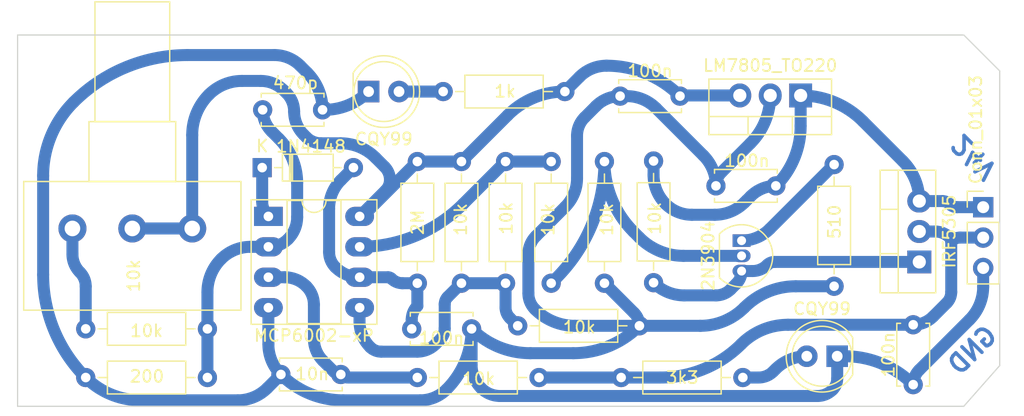
<source format=kicad_pcb>
(kicad_pcb (version 20211014) (generator pcbnew)
  (layers (0 "F.Cu" signal) (31 "B.Cu" signal) (34 "B.Paste" user) (35 "F.Paste" user) (36 "B.SilkS" user "B.Silkscreen") (37 "F.SilkS" user "F.Silkscreen") (38 "B.Mask" user) (39 "F.Mask" user) (44 "Edge.Cuts" user))
  (net 0 "")
  (net 1 "Net-(C1-Pad1)")
  (net 2 "GND")
  (net 3 "Net-(C2-Pad1)")
  (net 4 "Net-(C3-Pad1)")
  (net 5 "Net-(C5-Pad1)")
  (net 6 "Net-(C6-Pad1)")
  (net 7 "Net-(D1-Pad1)")
  (net 8 "Net-(D2-Pad2)")
  (net 9 "Net-(D3-Pad2)")
  (net 10 "Net-(Q1-Pad1)")
  (net 11 "Net-(Q1-Pad2)")
  (net 12 "Net-(Q1-Pad3)")
  (net 13 "Net-(R1-Pad1)")
  (net 14 "Net-(R5-Pad2)")
  (net 15 "Net-(R10-Pad1)")
  (net 16 "/VCC")
  (footprint "Capacitor_THT:C_Disc_D5.0mm_W2.5mm_P5.00mm" (layer "F.Cu") (at 109.307 62.103 180)
    (fp_text reference "C4")
    (fp_text value "100n" (at 2.5 2.103) (layer "F.SilkS"))
    (fp_line (start -0.12 1.055) (end -0.12 1.37) (layer "F.SilkS") (width 0.12))
    (fp_line (start 5.12 -1.37) (end 5.12 -1.055) (layer "F.SilkS") (width 0.12))
    (fp_line (start 5.12 1.055) (end 5.12 1.37) (layer "F.SilkS") (width 0.12))
    (fp_line (start -0.12 1.37) (end 5.12 1.37) (layer "F.SilkS") (width 0.12))
    (fp_line (start -0.12 -1.37) (end 5.12 -1.37) (layer "F.SilkS") (width 0.12))
    (fp_line (start -0.12 -1.37) (end -0.12 -1.055) (layer "F.SilkS") (width 0.12))
    (pad "1" thru_hole circle (at 0 0 180) (size 1.6 1.6) (drill 0.8) (layers *.Cu *.Mask) (net 16 "/VCC"))
    (pad "2" thru_hole circle (at 5 0 180) (size 1.6 1.6) (drill 0.8) (layers *.Cu *.Mask) (net 2 "GND"))
  )
  (footprint "Resistor_THT:R_Axial_DIN0207_L6.3mm_D2.5mm_P10.16mm_Horizontal" (layer "F.Cu") (at 97.536 85.598 180)
    (fp_text reference "R3")
    (fp_text value "10k" (at 5.036 -0.102) (layer "F.SilkS"))
    (fp_line (start 1.04 0) (end 1.81 0) (layer "F.SilkS") (width 0.12))
    (fp_line (start 8.35 1.37) (end 8.35 -1.37) (layer "F.SilkS") (width 0.12))
    (fp_line (start 8.35 -1.37) (end 1.81 -1.37) (layer "F.SilkS") (width 0.12))
    (fp_line (start 9.12 0) (end 8.35 0) (layer "F.SilkS") (width 0.12))
    (fp_line (start 1.81 1.37) (end 8.35 1.37) (layer "F.SilkS") (width 0.12))
    (fp_line (start 1.81 -1.37) (end 1.81 1.37) (layer "F.SilkS") (width 0.12))
    (pad "1" thru_hole circle (at 0 0 180) (size 1.6 1.6) (drill 0.8) (layers *.Cu *.Mask) (net 6 "Net-(C6-Pad1)"))
    (pad "2" thru_hole oval (at 10.16 0 180) (size 1.6 1.6) (drill 0.8) (layers *.Cu *.Mask) (net 3 "Net-(C2-Pad1)"))
  )
  (footprint "LED_THT:LED_D5.0mm_IRGrey" (layer "F.Cu") (at 122.433 83.82 180)
    (fp_text reference "D3")
    (fp_text value "CQY99" (at 1.27 3.96) (layer "F.SilkS"))
    (fp_line (start -1.29 -1.545) (end -1.29 1.545) (layer "F.SilkS") (width 0.12))
    (fp_arc (start -1.29 -1.54483) (mid 2.072002 -2.880433) (end 4.26 0.000462) (layer "F.SilkS") (width 0.12))
    (fp_arc (start 4.26 -0.000462) (mid 2.072002 2.880433) (end -1.29 1.54483) (layer "F.SilkS") (width 0.12))
    (fp_circle (center 1.27 0) (end 3.77 0) (layer "F.SilkS") (width 0.12) (fill none))
    (pad "1" thru_hole rect (at 0 0 180) (size 1.8 1.8) (drill 0.9) (layers *.Cu *.Mask) (net 2 "GND"))
    (pad "2" thru_hole circle (at 2.54 0 180) (size 1.8 1.8) (drill 0.9) (layers *.Cu *.Mask) (net 9 "Net-(D3-Pad2)"))
  )
  (footprint "Resistor_THT:R_Axial_DIN0207_L6.3mm_D2.5mm_P10.16mm_Horizontal" (layer "F.Cu") (at 104.394 85.598)
    (fp_text reference "R9")
    (fp_text value "3k3" (at 5.106 0.002) (layer "F.SilkS"))
    (fp_line (start 8.35 1.37) (end 8.35 -1.37) (layer "F.SilkS") (width 0.12))
    (fp_line (start 8.35 -1.37) (end 1.81 -1.37) (layer "F.SilkS") (width 0.12))
    (fp_line (start 1.81 -1.37) (end 1.81 1.37) (layer "F.SilkS") (width 0.12))
    (fp_line (start 1.81 1.37) (end 8.35 1.37) (layer "F.SilkS") (width 0.12))
    (fp_line (start 1.04 0) (end 1.81 0) (layer "F.SilkS") (width 0.12))
    (fp_line (start 9.12 0) (end 8.35 0) (layer "F.SilkS") (width 0.12))
    (pad "1" thru_hole circle (at 0 0) (size 1.6 1.6) (drill 0.8) (layers *.Cu *.Mask) (net 6 "Net-(C6-Pad1)"))
    (pad "2" thru_hole oval (at 10.16 0) (size 1.6 1.6) (drill 0.8) (layers *.Cu *.Mask) (net 9 "Net-(D3-Pad2)"))
  )
  (footprint "Connector_PinHeader_2.54mm:PinHeader_1x03_P2.54mm_Vertical" (layer "F.Cu") (at 134.62 71.374)
    (fp_text reference "J1")
    (fp_text value "Conn_01x03" (at -0.62 -6.474 90) (layer "F.SilkS"))
    (fp_line (start -1.33 1.27) (end 1.33 1.27) (layer "F.SilkS") (width 0.12))
    (fp_line (start -1.33 -1.33) (end 0 -1.33) (layer "F.SilkS") (width 0.12))
    (fp_line (start -1.33 1.27) (end -1.33 6.41) (layer "F.SilkS") (width 0.12))
    (fp_line (start -1.33 0) (end -1.33 -1.33) (layer "F.SilkS") (width 0.12))
    (fp_line (start -1.33 6.41) (end 1.33 6.41) (layer "F.SilkS") (width 0.12))
    (fp_line (start 1.33 1.27) (end 1.33 6.41) (layer "F.SilkS") (width 0.12))
    (pad "1" thru_hole rect (at 0 0) (size 1.7 1.7) (drill 1) (layers *.Cu *.Mask) (net 5 "Net-(C5-Pad1)"))
    (pad "2" thru_hole oval (at 0 2.54) (size 1.7 1.7) (drill 1) (layers *.Cu *.Mask) (net 6 "Net-(C6-Pad1)"))
    (pad "3" thru_hole oval (at 0 5.08) (size 1.7 1.7) (drill 1) (layers *.Cu *.Mask) (net 2 "GND"))
  )
  (footprint "Resistor_THT:R_Axial_DIN0207_L6.3mm_D2.5mm_P10.16mm_Horizontal" (layer "F.Cu") (at 107.1 77.68 90)
    (fp_text reference "R12")
    (fp_text value "10k" (at 5.38 0.1 90) (layer "F.SilkS"))
    (fp_line (start 1.04 0) (end 1.81 0) (layer "F.SilkS") (width 0.12))
    (fp_line (start 1.81 1.37) (end 8.35 1.37) (layer "F.SilkS") (width 0.12))
    (fp_line (start 1.81 -1.37) (end 1.81 1.37) (layer "F.SilkS") (width 0.12))
    (fp_line (start 8.35 1.37) (end 8.35 -1.37) (layer "F.SilkS") (width 0.12))
    (fp_line (start 9.12 0) (end 8.35 0) (layer "F.SilkS") (width 0.12))
    (fp_line (start 8.35 -1.37) (end 1.81 -1.37) (layer "F.SilkS") (width 0.12))
    (pad "1" thru_hole circle (at 0 0 90) (size 1.6 1.6) (drill 0.8) (layers *.Cu *.Mask) (net 12 "Net-(Q1-Pad3)"))
    (pad "2" thru_hole oval (at 10.16 0 90) (size 1.6 1.6) (drill 0.8) (layers *.Cu *.Mask) (net 5 "Net-(C5-Pad1)"))
  )
  (footprint "Resistor_THT:R_Axial_DIN0207_L6.3mm_D2.5mm_P10.16mm_Horizontal" (layer "F.Cu") (at 87.376 67.564 -90)
    (fp_text reference "R4")
    (fp_text value "2M" (at 5.08 -0.024 90) (layer "F.SilkS"))
    (fp_line (start 8.35 -1.37) (end 1.81 -1.37) (layer "F.SilkS") (width 0.12))
    (fp_line (start 8.35 1.37) (end 8.35 -1.37) (layer "F.SilkS") (width 0.12))
    (fp_line (start 1.04 0) (end 1.81 0) (layer "F.SilkS") (width 0.12))
    (fp_line (start 1.81 1.37) (end 8.35 1.37) (layer "F.SilkS") (width 0.12))
    (fp_line (start 1.81 -1.37) (end 1.81 1.37) (layer "F.SilkS") (width 0.12))
    (fp_line (start 9.12 0) (end 8.35 0) (layer "F.SilkS") (width 0.12))
    (pad "1" thru_hole circle (at 0 0 270) (size 1.6 1.6) (drill 0.8) (layers *.Cu *.Mask) (net 16 "/VCC"))
    (pad "2" thru_hole oval (at 10.16 0 270) (size 1.6 1.6) (drill 0.8) (layers *.Cu *.Mask) (net 4 "Net-(C3-Pad1)"))
  )
  (footprint "Capacitor_THT:C_Disc_D5.0mm_W2.5mm_P5.00mm" (layer "F.Cu") (at 117.308 69.596 180)
    (fp_text reference "C5")
    (fp_text value "100n" (at 2.408 2.096) (layer "F.SilkS"))
    (fp_line (start -0.12 1.055) (end -0.12 1.37) (layer "F.SilkS") (width 0.12))
    (fp_line (start 5.12 1.055) (end 5.12 1.37) (layer "F.SilkS") (width 0.12))
    (fp_line (start 5.12 -1.37) (end 5.12 -1.055) (layer "F.SilkS") (width 0.12))
    (fp_line (start -0.12 1.37) (end 5.12 1.37) (layer "F.SilkS") (width 0.12))
    (fp_line (start -0.12 -1.37) (end 5.12 -1.37) (layer "F.SilkS") (width 0.12))
    (fp_line (start -0.12 -1.37) (end -0.12 -1.055) (layer "F.SilkS") (width 0.12))
    (pad "1" thru_hole circle (at 0 0 180) (size 1.6 1.6) (drill 0.8) (layers *.Cu *.Mask) (net 5 "Net-(C5-Pad1)"))
    (pad "2" thru_hole circle (at 5 0 180) (size 1.6 1.6) (drill 0.8) (layers *.Cu *.Mask) (net 2 "GND"))
  )
  (footprint "Capacitor_THT:C_Disc_D5.0mm_W2.5mm_P5.00mm" (layer "F.Cu") (at 80.986 85.344 180)
    (fp_text reference "C2")
    (fp_text value "10n" (at 2.386 0.044) (layer "F.SilkS"))
    (fp_line (start 5.12 -1.37) (end 5.12 -1.055) (layer "F.SilkS") (width 0.12))
    (fp_line (start -0.12 1.055) (end -0.12 1.37) (layer "F.SilkS") (width 0.12))
    (fp_line (start -0.12 -1.37) (end 5.12 -1.37) (layer "F.SilkS") (width 0.12))
    (fp_line (start -0.12 -1.37) (end -0.12 -1.055) (layer "F.SilkS") (width 0.12))
    (fp_line (start 5.12 1.055) (end 5.12 1.37) (layer "F.SilkS") (width 0.12))
    (fp_line (start -0.12 1.37) (end 5.12 1.37) (layer "F.SilkS") (width 0.12))
    (pad "1" thru_hole circle (at 0 0 180) (size 1.6 1.6) (drill 0.8) (layers *.Cu *.Mask) (net 3 "Net-(C2-Pad1)"))
    (pad "2" thru_hole circle (at 5 0 180) (size 1.6 1.6) (drill 0.8) (layers *.Cu *.Mask) (net 2 "GND"))
  )
  (footprint "Resistor_THT:R_Axial_DIN0207_L6.3mm_D2.5mm_P10.16mm_Horizontal" (layer "F.Cu") (at 95.758 81.28)
    (fp_text reference "R6")
    (fp_text value "10k" (at 5.142 0.12) (layer "F.SilkS"))
    (fp_line (start 8.35 1.37) (end 8.35 -1.37) (layer "F.SilkS") (width 0.12))
    (fp_line (start 1.81 -1.37) (end 1.81 1.37) (layer "F.SilkS") (width 0.12))
    (fp_line (start 1.81 1.37) (end 8.35 1.37) (layer "F.SilkS") (width 0.12))
    (fp_line (start 9.12 0) (end 8.35 0) (layer "F.SilkS") (width 0.12))
    (fp_line (start 8.35 -1.37) (end 1.81 -1.37) (layer "F.SilkS") (width 0.12))
    (fp_line (start 1.04 0) (end 1.81 0) (layer "F.SilkS") (width 0.12))
    (pad "1" thru_hole circle (at 0 0) (size 1.6 1.6) (drill 0.8) (layers *.Cu *.Mask) (net 14 "Net-(R5-Pad2)"))
    (pad "2" thru_hole oval (at 10.16 0) (size 1.6 1.6) (drill 0.8) (layers *.Cu *.Mask) (net 2 "GND"))
  )
  (footprint "Capacitor_THT:C_Disc_D5.0mm_W2.5mm_P5.00mm" (layer "F.Cu") (at 74.462 63.246)
    (fp_text reference "C1")
    (fp_text value "470p" (at 2.738 -2.246) (layer "F.SilkS"))
    (fp_line (start -0.12 1.055) (end -0.12 1.37) (layer "F.SilkS") (width 0.12))
    (fp_line (start -0.12 -1.37) (end -0.12 -1.055) (layer "F.SilkS") (width 0.12))
    (fp_line (start -0.12 -1.37) (end 5.12 -1.37) (layer "F.SilkS") (width 0.12))
    (fp_line (start 5.12 1.055) (end 5.12 1.37) (layer "F.SilkS") (width 0.12))
    (fp_line (start 5.12 -1.37) (end 5.12 -1.055) (layer "F.SilkS") (width 0.12))
    (fp_line (start -0.12 1.37) (end 5.12 1.37) (layer "F.SilkS") (width 0.12))
    (pad "1" thru_hole circle (at 0 0) (size 1.6 1.6) (drill 0.8) (layers *.Cu *.Mask) (net 1 "Net-(C1-Pad1)"))
    (pad "2" thru_hole circle (at 5 0) (size 1.6 1.6) (drill 0.8) (layers *.Cu *.Mask) (net 2 "GND"))
  )
  (footprint "Package_TO_SOT_THT:TO-220-3_Vertical" (layer "F.Cu") (at 119.38 62.047 180)
    (fp_text reference "U2")
    (fp_text value "LM7805_TO220" (at 2.54 2.5) (layer "F.SilkS"))
    (fp_line (start -2.58 -1.76) (end 7.66 -1.76) (layer "F.SilkS") (width 0.12))
    (fp_line (start 4.391 -3.27) (end 4.391 -1.76) (layer "F.SilkS") (width 0.12))
    (fp_line (start -2.58 -3.27) (end 7.66 -3.27) (layer "F.SilkS") (width 0.12))
    (fp_line (start 0.69 -3.27) (end 0.69 -1.76) (layer "F.SilkS") (width 0.12))
    (fp_line (start -2.58 -3.27) (end -2.58 1.371) (layer "F.SilkS") (width 0.12))
    (fp_line (start -2.58 1.371) (end 7.66 1.371) (layer "F.SilkS") (width 0.12))
    (fp_line (start 7.66 -3.27) (end 7.66 1.371) (layer "F.SilkS") (width 0.12))
    (pad "1" thru_hole rect (at 0 0 180) (size 1.905 2) (drill 1.1) (layers *.Cu *.Mask) (net 5 "Net-(C5-Pad1)"))
    (pad "2" thru_hole oval (at 2.54 0 180) (size 1.905 2) (drill 1.1) (layers *.Cu *.Mask) (net 2 "GND"))
    (pad "3" thru_hole oval (at 5.08 0 180) (size 1.905 2) (drill 1.1) (layers *.Cu *.Mask) (net 16 "/VCC"))
  )
  (footprint "Resistor_THT:R_Axial_DIN0207_L6.3mm_D2.5mm_P10.16mm_Horizontal" (layer "F.Cu") (at 122.174 77.978 90)
    (fp_text reference "R13")
    (fp_text value "510" (at 5.378 0.026 90) (layer "F.SilkS"))
    (fp_line (start 1.81 -1.37) (end 1.81 1.37) (layer "F.SilkS") (width 0.12))
    (fp_line (start 8.35 -1.37) (end 1.81 -1.37) (layer "F.SilkS") (width 0.12))
    (fp_line (start 1.04 0) (end 1.81 0) (layer "F.SilkS") (width 0.12))
    (fp_line (start 8.35 1.37) (end 8.35 -1.37) (layer "F.SilkS") (width 0.12))
    (fp_line (start 9.12 0) (end 8.35 0) (layer "F.SilkS") (width 0.12))
    (fp_line (start 1.81 1.37) (end 8.35 1.37) (layer "F.SilkS") (width 0.12))
    (pad "1" thru_hole circle (at 0 0 90) (size 1.6 1.6) (drill 0.8) (layers *.Cu *.Mask) (net 2 "GND"))
    (pad "2" thru_hole oval (at 10.16 0 90) (size 1.6 1.6) (drill 0.8) (layers *.Cu *.Mask) (net 10 "Net-(Q1-Pad1)"))
  )
  (footprint "LED_THT:LED_D5.0mm_IRGrey" (layer "F.Cu") (at 83.307 61.722)
    (fp_text reference "D2")
    (fp_text value "CQY99" (at 1.27 3.96) (layer "F.SilkS"))
    (fp_line (start -1.29 -1.545) (end -1.29 1.545) (layer "F.SilkS") (width 0.12))
    (fp_arc (start -1.29 -1.54483) (mid 2.072002 -2.880433) (end 4.26 0.000462) (layer "F.SilkS") (width 0.12))
    (fp_arc (start 4.26 -0.000462) (mid 2.072002 2.880433) (end -1.29 1.54483) (layer "F.SilkS") (width 0.12))
    (fp_circle (center 1.27 0) (end 3.77 0) (layer "F.SilkS") (width 0.12) (fill none))
    (pad "1" thru_hole rect (at 0 0) (size 1.8 1.8) (drill 0.9) (layers *.Cu *.Mask) (net 2 "GND"))
    (pad "2" thru_hole circle (at 2.54 0) (size 1.8 1.8) (drill 0.9) (layers *.Cu *.Mask) (net 8 "Net-(D2-Pad2)"))
  )
  (footprint "Package_DIP:DIP-8_W7.62mm_Socket_LongPads" (layer "F.Cu") (at 74.94 72.146)
    (fp_text reference "U1")
    (fp_text value "MCP6002-xP" (at 3.81 9.95) (layer "F.SilkS"))
    (fp_line (start 1.56 8.95) (end 6.06 8.95) (layer "F.SilkS") (width 0.12))
    (fp_line (start 2.81 -1.33) (end 1.56 -1.33) (layer "F.SilkS") (width 0.12))
    (fp_line (start 6.06 8.95) (end 6.06 -1.33) (layer "F.SilkS") (width 0.12))
    (fp_line (start 9.06 9.01) (end 9.06 -1.39) (layer "F.SilkS") (width 0.12))
    (fp_line (start 1.56 -1.33) (end 1.56 8.95) (layer "F.SilkS") (width 0.12))
    (fp_line (start 6.06 -1.33) (end 4.81 -1.33) (layer "F.SilkS") (width 0.12))
    (fp_line (start 9.06 -1.39) (end -1.44 -1.39) (layer "F.SilkS") (width 0.12))
    (fp_line (start -1.44 9.01) (end 9.06 9.01) (layer "F.SilkS") (width 0.12))
    (fp_line (start -1.44 -1.39) (end -1.44 9.01) (layer "F.SilkS") (width 0.12))
    (fp_arc (start 4.81 -1.33) (mid 3.81 -0.33) (end 2.81 -1.33) (layer "F.SilkS") (width 0.12))
    (pad "1" thru_hole rect (at 0 0) (size 2.4 1.6) (drill 0.8) (layers *.Cu *.Mask) (net 7 "Net-(D1-Pad1)"))
    (pad "2" thru_hole oval (at 0 2.54) (size 2.4 1.6) (drill 0.8) (layers *.Cu *.Mask) (net 1 "Net-(C1-Pad1)"))
    (pad "3" thru_hole oval (at 0 5.08) (size 2.4 1.6) (drill 0.8) (layers *.Cu *.Mask) (net 3 "Net-(C2-Pad1)"))
    (pad "4" thru_hole oval (at 0 7.62) (size 2.4 1.6) (drill 0.8) (layers *.Cu *.Mask) (net 2 "GND"))
    (pad "5" thru_hole oval (at 7.62 7.62) (size 2.4 1.6) (drill 0.8) (layers *.Cu *.Mask) (net 14 "Net-(R5-Pad2)"))
    (pad "6" thru_hole oval (at 7.62 5.08) (size 2.4 1.6) (drill 0.8) (layers *.Cu *.Mask) (net 4 "Net-(C3-Pad1)"))
    (pad "7" thru_hole oval (at 7.62 2.54) (size 2.4 1.6) (drill 0.8) (layers *.Cu *.Mask) (net 15 "Net-(R10-Pad1)"))
    (pad "8" thru_hole oval (at 7.62 0) (size 2.4 1.6) (drill 0.8) (layers *.Cu *.Mask) (net 16 "/VCC"))
  )
  (footprint "Resistor_THT:R_Axial_DIN0207_L6.3mm_D2.5mm_P10.16mm_Horizontal" (layer "F.Cu") (at 91.059 67.564 -90)
    (fp_text reference "R5")
    (fp_text value "10k" (at 4.836 0.059 90) (layer "F.SilkS"))
    (fp_line (start 1.81 -1.37) (end 1.81 1.37) (layer "F.SilkS") (width 0.12))
    (fp_line (start 1.04 0) (end 1.81 0) (layer "F.SilkS") (width 0.12))
    (fp_line (start 8.35 -1.37) (end 1.81 -1.37) (layer "F.SilkS") (width 0.12))
    (fp_line (start 9.12 0) (end 8.35 0) (layer "F.SilkS") (width 0.12))
    (fp_line (start 1.81 1.37) (end 8.35 1.37) (layer "F.SilkS") (width 0.12))
    (fp_line (start 8.35 1.37) (end 8.35 -1.37) (layer "F.SilkS") (width 0.12))
    (pad "1" thru_hole circle (at 0 0 270) (size 1.6 1.6) (drill 0.8) (layers *.Cu *.Mask) (net 16 "/VCC"))
    (pad "2" thru_hole oval (at 10.16 0 270) (size 1.6 1.6) (drill 0.8) (layers *.Cu *.Mask) (net 14 "Net-(R5-Pad2)"))
  )
  (footprint "Resistor_THT:R_Axial_DIN0207_L6.3mm_D2.5mm_P10.16mm_Horizontal" (layer "F.Cu") (at 59.69 81.534)
    (fp_text reference "R1")
    (fp_text value "10k" (at 5.08 0.166) (layer "F.SilkS"))
    (fp_line (start 1.81 -1.37) (end 1.81 1.37) (layer "F.SilkS") (width 0.12))
    (fp_line (start 8.35 1.37) (end 8.35 -1.37) (layer "F.SilkS") (width 0.12))
    (fp_line (start 1.04 0) (end 1.81 0) (layer "F.SilkS") (width 0.12))
    (fp_line (start 9.12 0) (end 8.35 0) (layer "F.SilkS") (width 0.12))
    (fp_line (start 1.81 1.37) (end 8.35 1.37) (layer "F.SilkS") (width 0.12))
    (fp_line (start 8.35 -1.37) (end 1.81 -1.37) (layer "F.SilkS") (width 0.12))
    (pad "1" thru_hole circle (at 0 0) (size 1.6 1.6) (drill 0.8) (layers *.Cu *.Mask) (net 13 "Net-(R1-Pad1)"))
    (pad "2" thru_hole oval (at 10.16 0) (size 1.6 1.6) (drill 0.8) (layers *.Cu *.Mask) (net 1 "Net-(C1-Pad1)"))
  )
  (footprint "Resistor_THT:R_Axial_DIN0207_L6.3mm_D2.5mm_P10.16mm_Horizontal" (layer "F.Cu") (at 69.85 85.598 180)
    (fp_text reference "R2")
    (fp_text value "200" (at 5.05 0.098) (layer "F.SilkS"))
    (fp_line (start 9.12 0) (end 8.35 0) (layer "F.SilkS") (width 0.12))
    (fp_line (start 8.35 -1.37) (end 1.81 -1.37) (layer "F.SilkS") (width 0.12))
    (fp_line (start 1.81 -1.37) (end 1.81 1.37) (layer "F.SilkS") (width 0.12))
    (fp_line (start 1.04 0) (end 1.81 0) (layer "F.SilkS") (width 0.12))
    (fp_line (start 1.81 1.37) (end 8.35 1.37) (layer "F.SilkS") (width 0.12))
    (fp_line (start 8.35 1.37) (end 8.35 -1.37) (layer "F.SilkS") (width 0.12))
    (pad "1" thru_hole circle (at 0 0 180) (size 1.6 1.6) (drill 0.8) (layers *.Cu *.Mask) (net 1 "Net-(C1-Pad1)"))
    (pad "2" thru_hole oval (at 10.16 0 180) (size 1.6 1.6) (drill 0.8) (layers *.Cu *.Mask) (net 2 "GND"))
  )
  (footprint "Resistor_THT:R_Axial_DIN0207_L6.3mm_D2.5mm_P10.16mm_Horizontal" (layer "F.Cu") (at 99.695 61.722 180)
    (fp_text reference "R8")
    (fp_text value "1k" (at 4.995 0.022) (layer "F.SilkS"))
    (fp_line (start 8.35 1.37) (end 8.35 -1.37) (layer "F.SilkS") (width 0.12))
    (fp_line (start 1.81 1.37) (end 8.35 1.37) (layer "F.SilkS") (width 0.12))
    (fp_line (start 1.81 -1.37) (end 1.81 1.37) (layer "F.SilkS") (width 0.12))
    (fp_line (start 9.12 0) (end 8.35 0) (layer "F.SilkS") (width 0.12))
    (fp_line (start 8.35 -1.37) (end 1.81 -1.37) (layer "F.SilkS") (width 0.12))
    (fp_line (start 1.04 0) (end 1.81 0) (layer "F.SilkS") (width 0.12))
    (pad "1" thru_hole circle (at 0 0 180) (size 1.6 1.6) (drill 0.8) (layers *.Cu *.Mask) (net 16 "/VCC"))
    (pad "2" thru_hole oval (at 10.16 0 180) (size 1.6 1.6) (drill 0.8) (layers *.Cu *.Mask) (net 8 "Net-(D2-Pad2)"))
  )
  (footprint "Package_TO_SOT_THT:TO-220-3_Vertical" (layer "F.Cu") (at 129.286 75.946 90)
    (fp_text reference "Q2")
    (fp_text value "IRF5305" (at 2.54 2.5 90) (layer "F.SilkS"))
    (fp_line (start 4.391 -3.27) (end 4.391 -1.76) (layer "F.SilkS") (width 0.12))
    (fp_line (start 0.69 -3.27) (end 0.69 -1.76) (layer "F.SilkS") (width 0.12))
    (fp_line (start -2.58 -1.76) (end 7.66 -1.76) (layer "F.SilkS") (width 0.12))
    (fp_line (start -2.58 1.371) (end 7.66 1.371) (layer "F.SilkS") (width 0.12))
    (fp_line (start 7.66 -3.27) (end 7.66 1.371) (layer "F.SilkS") (width 0.12))
    (fp_line (start -2.58 -3.27) (end 7.66 -3.27) (layer "F.SilkS") (width 0.12))
    (fp_line (start -2.58 -3.27) (end -2.58 1.371) (layer "F.SilkS") (width 0.12))
    (pad "1" thru_hole rect (at 0 0 90) (size 1.905 2) (drill 1.1) (layers *.Cu *.Mask) (net 12 "Net-(Q1-Pad3)"))
    (pad "2" thru_hole oval (at 2.54 0 90) (size 1.905 2) (drill 1.1) (layers *.Cu *.Mask) (net 6 "Net-(C6-Pad1)"))
    (pad "3" thru_hole oval (at 5.08 0 90) (size 1.905 2) (drill 1.1) (layers *.Cu *.Mask) (net 5 "Net-(C5-Pad1)"))
  )
  (footprint "Capacitor_THT:C_Disc_D5.0mm_W2.5mm_P5.00mm" (layer "F.Cu") (at 86.908 81.534)
    (fp_text reference "C3")
    (fp_text value "100n" (at 2.492 0.766) (layer "F.SilkS"))
    (fp_line (start -0.12 1.37) (end 5.12 1.37) (layer "F.SilkS") (width 0.12))
    (fp_line (start 5.12 1.055) (end 5.12 1.37) (layer "F.SilkS") (width 0.12))
    (fp_line (start -0.12 -1.37) (end 5.12 -1.37) (layer "F.SilkS") (width 0.12))
    (fp_line (start -0.12 1.055) (end -0.12 1.37) (layer "F.SilkS") (width 0.12))
    (fp_line (start -0.12 -1.37) (end -0.12 -1.055) (layer "F.SilkS") (width 0.12))
    (fp_line (start 5.12 -1.37) (end 5.12 -1.055) (layer "F.SilkS") (width 0.12))
    (pad "1" thru_hole circle (at 0 0) (size 1.6 1.6) (drill 0.8) (layers *.Cu *.Mask) (net 4 "Net-(C3-Pad1)"))
    (pad "2" thru_hole circle (at 5 0) (size 1.6 1.6) (drill 0.8) (layers *.Cu *.Mask) (net 2 "GND"))
  )
  (footprint "Capacitor_THT:C_Disc_D5.0mm_W2.5mm_P5.00mm" (layer "F.Cu") (at 128.778 81.193 -90)
    (fp_text reference "C6")
    (fp_text value "100n" (at 2.5 2.078 90) (layer "F.SilkS"))
    (fp_line (start -0.12 -1.37) (end 5.12 -1.37) (layer "F.SilkS") (width 0.12))
    (fp_line (start -0.12 -1.37) (end -0.12 -1.055) (layer "F.SilkS") (width 0.12))
    (fp_line (start 5.12 1.055) (end 5.12 1.37) (layer "F.SilkS") (width 0.12))
    (fp_line (start -0.12 1.37) (end 5.12 1.37) (layer "F.SilkS") (width 0.12))
    (fp_line (start -0.12 1.055) (end -0.12 1.37) (layer "F.SilkS") (width 0.12))
    (fp_line (start 5.12 -1.37) (end 5.12 -1.055) (layer "F.SilkS") (width 0.12))
    (pad "1" thru_hole circle (at 0 0 270) (size 1.6 1.6) (drill 0.8) (layers *.Cu *.Mask) (net 6 "Net-(C6-Pad1)"))
    (pad "2" thru_hole circle (at 5 0 270) (size 1.6 1.6) (drill 0.8) (layers *.Cu *.Mask) (net 2 "GND"))
  )
  (footprint "Potentiometer_THT:Potentiometer_Alps_RK163_Single_Horizontal" (layer "F.Cu") (at 68.58 73.152 90)
    (fp_text reference "RV1")
    (fp_text value "10k" (at -3.948 -4.88 90) (layer "F.SilkS"))
    (fp_line (start -6.82 -14.07) (end 3.92 -14.07) (layer "F.SilkS") (width 0.12))
    (fp_line (start 8.92 -8.62) (end 8.92 -1.38) (layer "F.SilkS") (width 0.12))
    (fp_line (start 8.92 -8.12) (end 8.92 -1.879) (layer "F.SilkS") (width 0.12))
    (fp_line (start -6.82 4.07) (end 3.92 4.07) (layer "F.SilkS") (width 0.12))
    (fp_line (start 3.92 -8.62) (end 8.92 -8.62) (layer "F.SilkS") (width 0.12))
    (fp_line (start 8.92 -8.12) (end 18.92 -8.12) (layer "F.SilkS") (width 0.12))
    (fp_line (start 3.92 -1.38) (end 8.92 -1.38) (layer "F.SilkS") (width 0.12))
    (fp_line (start -6.82 -14.07) (end -6.82 4.07) (layer "F.SilkS") (width 0.12))
    (fp_line (start 18.92 -8.12) (end 18.92 -1.879) (layer "F.SilkS") (width 0.12))
    (fp_line (start 3.92 -14.07) (end 3.92 4.07) (layer "F.SilkS") (width 0.12))
    (fp_line (start 8.92 -1.879) (end 18.92 -1.879) (layer "F.SilkS") (width 0.12))
    (fp_line (start 3.92 -8.62) (end 3.92 -1.38) (layer "F.SilkS") (width 0.12))
    (pad "1" thru_hole circle (at 0 0 90) (size 2.34 2.34) (drill 1.3) (layers *.Cu *.Mask) (net 16 "/VCC"))
    (pad "2" thru_hole circle (at 0 -5 90) (size 2.34 2.34) (drill 1.3) (layers *.Cu *.Mask) (net 16 "/VCC"))
    (pad "3" thru_hole circle (at 0 -10 90) (size 2.34 2.34) (drill 1.3) (layers *.Cu *.Mask) (net 13 "Net-(R1-Pad1)"))
  )
  (footprint "Resistor_THT:R_Axial_DIN0207_L6.3mm_D2.5mm_P10.16mm_Horizontal" (layer "F.Cu") (at 98.552 67.564 -90)
    (fp_text reference "R10")
    (fp_text value "10k" (at 4.836 0.252 90) (layer "F.SilkS"))
    (fp_line (start 1.04 0) (end 1.81 0) (layer "F.SilkS") (width 0.12))
    (fp_line (start 1.81 1.37) (end 8.35 1.37) (layer "F.SilkS") (width 0.12))
    (fp_line (start 9.12 0) (end 8.35 0) (layer "F.SilkS") (width 0.12))
    (fp_line (start 8.35 -1.37) (end 1.81 -1.37) (layer "F.SilkS") (width 0.12))
    (fp_line (start 8.35 1.37) (end 8.35 -1.37) (layer "F.SilkS") (width 0.12))
    (fp_line (start 1.81 -1.37) (end 1.81 1.37) (layer "F.SilkS") (width 0.12))
    (pad "1" thru_hole circle (at 0 0 270) (size 1.6 1.6) (drill 0.8) (layers *.Cu *.Mask) (net 15 "Net-(R10-Pad1)"))
    (pad "2" thru_hole oval (at 10.16 0 270) (size 1.6 1.6) (drill 0.8) (layers *.Cu *.Mask) (net 11 "Net-(Q1-Pad2)"))
  )
  (footprint "Package_TO_SOT_THT:TO-92_Inline" (layer "F.Cu") (at 114.448 74.168 -90)
    (fp_text reference "Q1")
    (fp_text value "2N3904" (at 1.27 2.79 90) (layer "F.SilkS"))
    (fp_line (start -0.53 1.85) (end 3.07 1.85) (layer "F.SilkS") (width 0.12))
    (fp_arc (start -0.568478 1.838478) (mid -1.132087 -0.994977) (end 1.27 -2.6) (layer "F.SilkS") (width 0.12))
    (fp_arc (start 1.27 -2.6) (mid 3.672087 -0.994977) (end 3.108478 1.838478) (layer "F.SilkS") (width 0.12))
    (pad "1" thru_hole rect (at 0 0 270) (size 1.05 1.5) (drill 0.75) (layers *.Cu *.Mask) (net 10 "Net-(Q1-Pad1)"))
    (pad "2" thru_hole oval (at 1.27 0 270) (size 1.05 1.5) (drill 0.75) (layers *.Cu *.Mask) (net 11 "Net-(Q1-Pad2)"))
    (pad "3" thru_hole oval (at 2.54 0 270) (size 1.05 1.5) (drill 0.75) (layers *.Cu *.Mask) (net 12 "Net-(Q1-Pad3)"))
  )
  (footprint "Resistor_THT:R_Axial_DIN0207_L6.3mm_D2.5mm_P10.16mm_Horizontal" (layer "F.Cu") (at 102.997 77.724 90)
    (fp_text reference "R11")
    (fp_text value "10k" (at 5.324 0.203 90) (layer "F.SilkS"))
    (fp_line (start 8.35 -1.37) (end 1.81 -1.37) (layer "F.SilkS") (width 0.12))
    (fp_line (start 1.04 0) (end 1.81 0) (layer "F.SilkS") (width 0.12))
    (fp_line (start 1.81 -1.37) (end 1.81 1.37) (layer "F.SilkS") (width 0.12))
    (fp_line (start 8.35 1.37) (end 8.35 -1.37) (layer "F.SilkS") (width 0.12))
    (fp_line (start 9.12 0) (end 8.35 0) (layer "F.SilkS") (width 0.12))
    (fp_line (start 1.81 1.37) (end 8.35 1.37) (layer "F.SilkS") (width 0.12))
    (pad "1" thru_hole circle (at 0 0 90) (size 1.6 1.6) (drill 0.8) (layers *.Cu *.Mask) (net 2 "GND"))
    (pad "2" thru_hole oval (at 10.16 0 90) (size 1.6 1.6) (drill 0.8) (layers *.Cu *.Mask) (net 11 "Net-(Q1-Pad2)"))
  )
  (footprint "Resistor_THT:R_Axial_DIN0207_L6.3mm_D2.5mm_P10.16mm_Horizontal" (layer "F.Cu") (at 94.742 77.724 90)
    (fp_text reference "R7")
    (fp_text value "10k" (at 5.424 0.058 90) (layer "F.SilkS"))
    (fp_line (start 1.81 -1.37) (end 1.81 1.37) (layer "F.SilkS") (width 0.12))
    (fp_line (start 9.12 0) (end 8.35 0) (layer "F.SilkS") (width 0.12))
    (fp_line (start 1.04 0) (end 1.81 0) (layer "F.SilkS") (width 0.12))
    (fp_line (start 8.35 1.37) (end 8.35 -1.37) (layer "F.SilkS") (width 0.12))
    (fp_line (start 1.81 1.37) (end 8.35 1.37) (layer "F.SilkS") (width 0.12))
    (fp_line (start 8.35 -1.37) (end 1.81 -1.37) (layer "F.SilkS") (width 0.12))
    (pad "1" thru_hole circle (at 0 0 90) (size 1.6 1.6) (drill 0.8) (layers *.Cu *.Mask) (net 14 "Net-(R5-Pad2)"))
    (pad "2" thru_hole oval (at 10.16 0 90) (size 1.6 1.6) (drill 0.8) (layers *.Cu *.Mask) (net 15 "Net-(R10-Pad1)"))
  )
  (footprint "Diode_THT:D_DO-35_SOD27_P7.62mm_Horizontal" (layer "F.Cu") (at 74.422 68.072)
    (fp_text reference "D1")
    (fp_text value "1N4148" (at 4.078 -1.772) (layer "F.SilkS"))
    (fp_text user "K" (at 0 -1.8) (layer "F.SilkS"))
    (fp_line (start 2.53 -1.12) (end 2.53 1.12) (layer "F.SilkS") (width 0.12))
    (fp_line (start 6.58 0) (end 5.93 0) (layer "F.SilkS") (width 0.12))
    (fp_line (start 2.29 -1.12) (end 2.29 1.12) (layer "F.SilkS") (width 0.12))
    (fp_line (start 5.93 -1.12) (end 1.69 -1.12) (layer "F.SilkS") (width 0.12))
    (fp_line (start 1.04 0) (end 1.69 0) (layer "F.SilkS") (width 0.12))
    (fp_line (start 1.69 -1.12) (end 1.69 1.12) (layer "F.SilkS") (width 0.12))
    (fp_line (start 5.93 1.12) (end 5.93 -1.12) (layer "F.SilkS") (width 0.12))
    (fp_line (start 2.41 -1.12) (end 2.41 1.12) (layer "F.SilkS") (width 0.12))
    (fp_line (start 1.69 1.12) (end 5.93 1.12) (layer "F.SilkS") (width 0.12))
    (pad "1" thru_hole rect (at 0 0) (size 1.6 1.6) (drill 0.8) (layers *.Cu *.Mask) (net 7 "Net-(D1-Pad1)"))
    (pad "2" thru_hole oval (at 7.62 0) (size 1.6 1.6) (drill 0.8) (layers *.Cu *.Mask) (net 4 "Net-(C3-Pad1)"))
  )
  (gr_line (start 133 88) (end 54 88) (layer "Edge.Cuts") (width 0.1))
  (gr_line (start 54 88) (end 54 57) (layer "Edge.Cuts") (width 0.1))
  (gr_line (start 136 60) (end 136 84.6) (layer "Edge.Cuts") (width 0.1))
  (gr_line (start 54 57) (end 133 57) (layer "Edge.Cuts") (width 0.1))
  (gr_line (start 133 57) (end 136 60) (layer "Edge.Cuts") (width 0.1))
  (gr_line (start 136 84.6) (end 133 88) (layer "Edge.Cuts") (width 0.1))
  (gr_text "GND" (at 133.731 83.312 45) (layer "B.Cu") (effects (font (size 1.5 1.5) (thickness 0.3)) (justify mirror)))
  (gr_text "24V" (at 133.858 67.183 135) (layer "B.Cu") (effects (font (size 1.5 1.5) (thickness 0.3)) (justify mirror)))
  (segment (start 74.94 74.686) (end 75.023833 74.686) (width 1) (layer "B.Cu") (net 1))
  (segment (start 69.85 85.598) (end 69.85 81.534) (width 1) (layer "B.Cu") (net 1))
  (segment (start 75.819 65.659) (end 75.208705 65.048705) (width 1) (layer "B.Cu") (net 1))
  (segment (start 73.448012 74.686) (end 74.94 74.686) (width 1) (layer "B.Cu") (net 1))
  (segment (start 77.343 72.20137) (end 77.343 69.338261) (width 1) (layer "B.Cu") (net 1))
  (segment (start 69.85 81.534) (end 69.85 78.476345) (width 1) (layer "B.Cu") (net 1))
  (arc (start 71 75.7) (mid 72.123157 74.94953) (end 73.448012 74.686) (width 1) (layer "B.Cu") (net 1))
  (arc (start 76.581 74.041) (mid 77.144963 73.196971) (end 77.343 72.20137) (width 1) (layer "B.Cu") (net 1))
  (arc (start 69.85 78.476345) (mid 70.148875 76.973798) (end 71 75.7) (width 1) (layer "B.Cu") (net 1))
  (arc (start 77.343 69.338261) (mid 76.946925 67.347058) (end 75.819 65.659) (width 1) (layer "B.Cu") (net 1))
  (arc (start 75.023833 74.686) (mid 75.866565 74.518371) (end 76.581 74.041) (width 1) (layer "B.Cu") (net 1))
  (arc (start 75.208705 65.048705) (mid 74.656062 64.221617) (end 74.462 63.246) (width 1) (layer "B.Cu") (net 1))
  (segment (start 111.001739 81.28) (end 105.918 81.28) (width 1) (layer "B.Cu") (net 2))
  (segment (start 122.433 83.82) (end 123.049072 83.82) (width 1) (layer "B.Cu") (net 2))
  (segment (start 122.433 85.682114) (end 122.433 83.82) (width 1) (layer "B.Cu") (net 2))
  (segment (start 99.723172 71.345828) (end 97.282 73.787) (width 1) (layer "B.Cu") (net 2))
  (segment (start 112.785297 68.443703) (end 115.183956 66.045044) (width 1) (layer "B.Cu") (net 2))
  (segment (start 129.288531 84.960469) (end 133.477 80.772) (width 1) (layer "B.Cu") (net 2))
  (segment (start 102.287492 62.939507) (end 101.346 63.881) (width 1) (layer "B.Cu") (net 2))
  (segment (start 107.315 63.119) (end 111.258653 67.062653) (width 1) (layer "B.Cu") (net 2))
  (segment (start 56.134 77.013057) (end 56.134 68.743102) (width 1) (layer "B.Cu") (net 2))
  (segment (start 91.908 81.534) (end 91.908 84.550801) (width 1) (layer "B.Cu") (net 2))
  (segment (start 102.997 77.724) (end 105.468987 80.195987) (width 1) (layer "B.Cu") (net 2))
  (segment (start 96.647 75.320025) (end 96.647 78.56494) (width 1) (layer "B.Cu") (net 2))
  (segment (start 79.462 63.246) (end 79.627739 63.246) (width 1) (layer "B.Cu") (net 2))
  (segment (start 134.62 78.012554) (end 134.62 76.454) (width 1) (layer "B.Cu") (net 2))
  (segment (start 75.986 85.344) (end 74.850445 86.479556) (width 1) (layer "B.Cu") (net 2))
  (segment (start 100.531614 81.28) (end 105.918 81.28) (width 1) (layer "B.Cu") (net 2))
  (segment (start 96.813681 83.566) (end 100.399108 83.566) (width 1) (layer "B.Cu") (net 2))
  (segment (start 74.94 79.766) (end 74.94 82.818733) (width 1) (layer "B.Cu") (net 2))
  (segment (start 77.597 59.563) (end 78.17648 60.14248) (width 1) (layer "B.Cu") (net 2))
  (segment (start 72.386922 87.49998) (end 64.281785 87.49998) (width 1) (layer "B.Cu") (net 2))
  (segment (start 94.285899 87.139759) (end 120.777706 87.139759) (width 1) (layer "B.Cu") (net 2))
  (segment (start 81.190996 87.49998) (end 87.614337 87.49998) (width 1) (layer "B.Cu") (net 2))
  (segment (start 104.307 62.103) (end 104.86216 62.103) (width 1) (layer "B.Cu") (net 2))
  (segment (start 122.174 77.978) (end 118.973471 77.978) (width 1) (layer "B.Cu") (net 2))
  (segment (start 100.711 65.414025) (end 100.711 68.961) (width 1) (layer "B.Cu") (net 2))
  (segment (start 68.178758 58.674) (end 75.450765 58.674) (width 1) (layer "B.Cu") (net 2))
  (arc (start 78.17648 60.14248) (mid 79.127904 61.566387) (end 79.462 63.246) (width 1) (layer "B.Cu") (net 2))
  (arc (start 91.908 81.534) (mid 94.158747 83.037901) (end 96.813681 83.566) (width 1) (layer "B.Cu") (net 2))
  (arc (start 64.281785 87.49998) (mid 61.796729 87.005672) (end 59.69 85.598) (width 1) (layer "B.Cu") (net 2))
  (arc (start 96.647 78.56494) (mid 96.79072 79.287469) (end 97.2 79.9) (width 1) (layer "B.Cu") (net 2))
  (arc (start 74.94 82.818733) (mid 75.211846 84.185397) (end 75.986 85.344) (width 1) (layer "B.Cu") (net 2))
  (arc (start 91.908 81.534) (mid 91.363854 84.269607) (end 89.814257 86.588743) (width 1) (layer "B.Cu") (net 2))
  (arc (start 133.477 80.772) (mid 134.322944 79.505956) (end 134.62 78.012554) (width 1) (layer "B.Cu") (net 2))
  (arc (start 92.71 86.487) (mid 93.433028 86.970112) (end 94.285899 87.139759) (width 1) (layer "B.Cu") (net 2))
  (arc (start 79.627739 63.246) (mid 81.61894 62.849926) (end 83.307 61.722) (width 1) (layer "B.Cu") (net 2))
  (arc (start 105.468987 80.195987) (mid 105.801305 80.693336) (end 105.918 81.28) (width 1) (layer "B.Cu") (net 2))
  (arc (start 111.258653 67.062653) (mid 112.035283 68.224962) (end 112.308 69.596) (width 1) (layer "B.Cu") (net 2))
  (arc (start 59.69 85.598) (mid 57.058174 81.659194) (end 56.134 77.013057) (width 1) (layer "B.Cu") (net 2))
  (arc (start 123.049072 83.82) (mid 126.149544 84.436722) (end 128.778 86.193) (width 1) (layer "B.Cu") (net 2))
  (arc (start 74.850445 86.479556) (mid 73.720171 87.23478) (end 72.386922 87.49998) (width 1) (layer "B.Cu") (net 2))
  (arc (start 122.047 86.614) (mid 122.332682 86.186447) (end 122.433 85.682114) (width 1) (layer "B.Cu") (net 2))
  (arc (start 75.450765 58.674) (mid 76.612299 58.905044) (end 77.597 59.563) (width 1) (layer "B.Cu") (net 2))
  (arc (start 101.346 63.881) (mid 100.876031 64.584357) (end 100.711 65.414025) (width 1) (layer "B.Cu") (net 2))
  (arc (start 100.399108 83.566) (mid 103.38591 82.971889) (end 105.918 81.28) (width 1) (layer "B.Cu") (net 2))
  (arc (start 81.190996 87.49998) (mid 78.374073 86.939659) (end 75.986 85.344) (width 1) (layer "B.Cu") (net 2))
  (arc (start 115.183956 66.045044) (mid 116.409608 64.210727) (end 116.84 62.047) (width 1) (layer "B.Cu") (net 2))
  (arc (start 97.282 73.787) (mid 96.812031 74.490357) (end 96.647 75.320025) (width 1) (layer "B.Cu") (net 2))
  (arc (start 128.778 86.193) (mid 128.910683 85.525959) (end 129.288531 84.960469) (width 1) (layer "B.Cu") (net 2))
  (arc locked (start 114.681 79.756) (mid 112.992942 80.883925) (end 111.001739 81.28) (width 1) (layer "B.Cu") (net 2))
  (arc (start 56.134 68.743102) (mid 56.794124 65.424433) (end 58.674 62.611) (width 1) (layer "B.Cu") (net 2))
  (arc (start 104.86216 62.103) (mid 106.189627 62.36705) (end 107.315 63.119) (width 1) (layer "B.Cu") (net 2))
  (arc (start 112.308 69.596) (mid 112.432045 68.972381) (end 112.785297 68.443703) (width 1) (layer "B.Cu") (net 2))
  (arc (start 118.973471 77.978) (mid 116.650403 78.440087) (end 114.681 79.756) (width 1) (layer "B.Cu") (net 2))
  (arc (start 58.674 62.611) (mid 63.03482 59.697193) (end 68.178758 58.674) (width 1) (layer "B.Cu") (net 2))
  (arc (start 120.777706 87.139759) (mid 121.464643 87.003119) (end 122.047 86.614) (width 1) (layer "B.Cu") (net 2))
  (arc (start 97.2 79.9) (mid 98.728557 80.92135) (end 100.531614 81.28) (width 1) (layer "B.Cu") (net 2))
  (arc (start 91.908 84.550801) (mid 92.116432 85.598664) (end 92.71 86.487) (width 1) (layer "B.Cu") (net 2))
  (arc (start 100.711 68.961) (mid 100.454272 70.25166) (end 99.723172 71.345828) (width 1) (layer "B.Cu") (net 2))
  (arc (start 104.307 62.103) (mid 103.21405 62.320401) (end 102.287492 62.939507) (width 1) (layer "B.Cu") (net 2))
  (arc (start 87.614337 87.49998) (mid 88.804925 87.263157) (end 89.814257 86.588743) (width 1) (layer "B.Cu") (net 2))
  (segment (start 74.94 77.226) (end 76.289512 77.226) (width 1) (layer "B.Cu") (net 3))
  (segment (start 79.502 84.201) (end 80.403877 85.102877) (width 1) (layer "B.Cu") (net 3))
  (segment (start 87.376 85.598) (end 81.59921 85.598) (width 1) (layer "B.Cu") (net 3))
  (segment (start 78.74 79.511025) (end 78.74 82.36137) (width 1) (layer "B.Cu") (net 3))
  (arc (start 78.74 82.36137) (mid 78.938037 83.35697) (end 79.502 84.201) (width 1) (layer "B.Cu") (net 3))
  (arc (start 76.289512 77.226) (mid 77.272047 77.421438) (end 78.105 77.978) (width 1) (layer "B.Cu") (net 3))
  (arc (start 80.403877 85.102877) (mid 80.670957 85.281335) (end 80.986 85.344) (width 1) (layer "B.Cu") (net 3))
  (arc (start 81.59921 85.598) (mid 81.267344 85.531988) (end 80.986 85.344) (width 1) (layer "B.Cu") (net 3))
  (arc (start 78.105 77.978) (mid 78.574969 78.681357) (end 78.74 79.511025) (width 1) (layer "B.Cu") (net 3))
  (segment (start 80.01 71.501) (end 80.01 75.120994) (width 1) (layer "B.Cu") (net 4))
  (segment (start 87.376 77.724) (end 86.136815 77.724) (width 1) (layer "B.Cu") (net 4))
  (segment (start 82.042 68.072) (end 80.997829 69.116171) (width 1) (layer "B.Cu") (net 4))
  (segment (start 86.908 81.534) (end 86.908 80.758851) (width 1) (layer "B.Cu") (net 4))
  (segment (start 87.376 79.629) (end 87.376 77.724) (width 1) (layer "B.Cu") (net 4))
  (segment (start 84.934538 77.226) (end 82.56 77.226) (width 1) (layer "B.Cu") (net 4))
  (arc (start 86.136815 77.724) (mid 85.639015 77.624981) (end 85.217 77.343) (width 1) (layer "B.Cu") (net 4))
  (arc (start 85.217 77.343) (mid 85.087406 77.256407) (end 84.934538 77.226) (width 1) (layer "B.Cu") (net 4))
  (arc (start 86.908 80.758851) (mid 87.029629 80.14738) (end 87.376 79.629) (width 1) (layer "B.Cu") (net 4))
  (arc (start 80.534381 76.386961) (mid 81.463743 77.007941) (end 82.56 77.226) (width 1) (layer "B.Cu") (net 4))
  (arc (start 80.01 75.120994) (mid 80.146282 75.80613) (end 80.534381 76.386961) (width 1) (layer "B.Cu") (net 4))
  (arc (start 80.997829 69.116171) (mid 80.266729 70.210339) (end 80.01 71.501) (width 1) (layer "B.Cu") (net 4))
  (segment (start 119.38 62.047) (end 119.38 64.59375) (width 1) (layer "B.Cu") (net 5))
  (segment (start 131.21279 70.866) (end 129.286 70.866) (width 1) (layer "B.Cu") (net 5))
  (segment (start 127.899363 67.518362) (end 124.583262 64.202261) (width 1) (layer "B.Cu") (net 5))
  (segment (start 107.1 67.52) (end 107.1 68.685787) (width 1) (layer "B.Cu") (net 5))
  (segment (start 114.695314 70.978686) (end 114.8715 70.8025) (width 1) (layer "B.Cu") (net 5))
  (segment (start 115.208258 70.465741) (end 114.8715 70.8025) (width 1) (layer "B.Cu") (net 5))
  (segment (start 134.62 71.374) (end 132.43921 71.374) (width 1) (layer "B.Cu") (net 5))
  (segment (start 110.29452 72.009) (end 112.207916 72.009) (width 1) (layer "B.Cu") (net 5))
  (arc (start 129.286 70.866) (mid 128.925625 69.054271) (end 127.899363 67.518362) (width 1) (layer "B.Cu") (net 5))
  (arc (start 119.38 64.59375) (mid 118.841505 67.300948) (end 117.308 69.596) (width 1) (layer "B.Cu") (net 5))
  (arc (start 131.826 71.12) (mid 131.544658 70.932012) (end 131.21279 70.866) (width 1) (layer "B.Cu") (net 5))
  (arc (start 132.43921 71.374) (mid 132.107344 71.307988) (end 131.826 71.12) (width 1) (layer "B.Cu") (net 5))
  (arc (start 119.38 62.047) (mid 122.195985 62.607134) (end 124.583262 64.202261) (width 1) (layer "B.Cu") (net 5))
  (arc (start 117.308 69.596) (mid 116.171628 69.822038) (end 115.208258 70.465741) (width 1) (layer "B.Cu") (net 5))
  (arc (start 107.1 68.685787) (mid 107.359891 69.992349) (end 108.1 71.1) (width 1) (layer "B.Cu") (net 5))
  (arc (start 108.1 71.1) (mid 109.106854 71.772759) (end 110.29452 72.009) (width 1) (layer "B.Cu") (net 5))
  (arc (start 112.207916 72.009) (mid 113.554086 71.74123) (end 114.695314 70.978686) (width 1) (layer "B.Cu") (net 5))
  (segment (start 130.59958 73.406) (end 129.286 73.406) (width 1) (layer "B.Cu") (net 6))
  (segment (start 104.394 85.598) (end 107.681688 85.598) (width 1) (layer "B.Cu") (net 6))
  (segment (start 130.444136 80.502864) (end 131.572 79.375) (width 1) (layer "B.Cu") (net 6))
  (segment (start 131.953 78.455185) (end 131.953 74.220605) (width 1) (layer "B.Cu") (net 6))
  (segment (start 128.778 81.193) (end 118.316298 81.193) (width 1) (layer "B.Cu") (net 6))
  (segment (start 97.536 85.598) (end 104.394 85.598) (width 1) (layer "B.Cu") (net 6))
  (segment (start 134.62 73.914) (end 132.693209 73.914) (width 1) (layer "B.Cu") (net 6))
  (arc (start 131.953 74.220605) (mid 131.919994 74.054672) (end 131.826 73.914) (width 1) (layer "B.Cu") (net 6))
  (arc (start 131.572 79.375) (mid 131.853981 78.952986) (end 131.953 78.455185) (width 1) (layer "B.Cu") (net 6))
  (arc (start 132.693209 73.914) (mid 132.292611 73.993684) (end 131.953 74.220605) (width 1) (layer "B.Cu") (net 6))
  (arc (start 128.778 81.193) (mid 129.679706 81.013639) (end 130.444136 80.502864) (width 1) (layer "B.Cu") (net 6))
  (arc (start 107.681688 85.598) (mid 111.332224 84.871864) (end 114.427 82.804) (width 1) (layer "B.Cu") (net 6))
  (arc (start 118.316298 81.193) (mid 116.211426 81.611684) (end 114.427 82.804) (width 1) (layer "B.Cu") (net 6))
  (arc (start 131.826 73.914) (mid 131.263315 73.538025) (end 130.59958 73.406) (width 1) (layer "B.Cu") (net 6))
  (segment (start 74.422 68.072) (end 74.422 70.895438) (width 1) (layer "B.Cu") (net 7))
  (arc (start 74.422 70.895438) (mid 74.556623 71.572237) (end 74.94 72.146) (width 1) (layer "B.Cu") (net 7))
  (segment (start 89.535 61.722) (end 85.847 61.722) (width 1) (layer "B.Cu") (net 8))
  (segment (start 115.86758 85.598) (end 114.554 85.598) (width 1) (layer "B.Cu") (net 9))
  (segment (start 117.282833 84.901166) (end 117.094 85.09) (width 1) (layer "B.Cu") (net 9))
  (arc (start 119.893 83.82) (mid 118.480388 84.100986) (end 117.282833 84.901166) (width 1) (layer "B.Cu") (net 9))
  (arc (start 117.094 85.09) (mid 116.531315 85.465974) (end 115.86758 85.598) (width 1) (layer "B.Cu") (net 9))
  (segment (start 116.796979 73.195021) (end 122.174 67.818) (width 1) (layer "B.Cu") (net 10))
  (arc (start 114.448 74.168) (mid 115.719258 73.915131) (end 116.796979 73.195021) (width 1) (layer "B.Cu") (net 10))
  (segment (start 109.597261 75.438) (end 114.448 75.438) (width 1) (layer "B.Cu") (net 11))
  (segment (start 98.955885 77.320116) (end 98.552 77.724) (width 1) (layer "B.Cu") (net 11))
  (segment (start 105.421669 73.417668) (end 105.918 73.914) (width 1) (layer "B.Cu") (net 11))
  (arc (start 102.997 67.564) (mid 103.627151 70.731982) (end 105.421669 73.417668) (width 1) (layer "B.Cu") (net 11))
  (arc (start 105.918 73.914) (mid 107.606058 75.041926) (end 109.597261 75.438) (width 1) (layer "B.Cu") (net 11))
  (arc (start 102.997 67.564) (mid 101.946748 72.843972) (end 98.955885 77.320116) (width 1) (layer "B.Cu") (net 11))
  (segment (start 117.19921 75.946) (end 129.286 75.946) (width 1) (layer "B.Cu") (net 12))
  (segment (start 112.31158 78.74) (end 109.659066 78.74) (width 1) (layer "B.Cu") (net 12))
  (segment (start 113.538 78.232) (end 114.013836 77.756164) (width 1) (layer "B.Cu") (net 12))
  (segment (start 114.448 76.708) (end 115.35958 76.708) (width 1) (layer "B.Cu") (net 12))
  (arc (start 109.659066 78.74) (mid 108.27411 78.464515) (end 107.1 77.68) (width 1) (layer "B.Cu") (net 12))
  (arc (start 115.35958 76.708) (mid 116.023313 76.575976) (end 116.586 76.2) (width 1) (layer "B.Cu") (net 12))
  (arc (start 114.013836 77.756164) (mid 114.335164 77.275263) (end 114.448 76.708) (width 1) (layer "B.Cu") (net 12))
  (arc (start 116.586 76.2) (mid 116.867342 76.012013) (end 117.19921 75.946) (width 1) (layer "B.Cu") (net 12))
  (arc (start 112.31158 78.74) (mid 112.975313 78.607976) (end 113.538 78.232) (width 1) (layer "B.Cu") (net 12))
  (segment (start 59.69 81.534) (end 59.69 77.982964) (width 1) (layer "B.Cu") (net 13))
  (segment (start 58.58 75.303188) (end 58.58 73.152) (width 1) (layer "B.Cu") (net 13))
  (arc (start 59.69 77.982964) (mid 59.562654 77.342749) (end 59.2 76.8) (width 1) (layer "B.Cu") (net 13))
  (arc (start 59.2 76.8) (mid 58.741133 76.113258) (end 58.58 75.303188) (width 1) (layer "B.Cu") (net 13))
  (segment (start 95.10121 80.62321) (end 95.758 81.28) (width 1) (layer "B.Cu") (net 14))
  (segment (start 89.916 78.867) (end 91.059 77.724) (width 1) (layer "B.Cu") (net 14))
  (segment (start 94.742 77.724) (end 94.742 79.756) (width 1) (layer "B.Cu") (net 14))
  (segment (start 91.059 77.724) (end 94.742 77.724) (width 1) (layer "B.Cu") (net 14))
  (segment (start 89.662 81.503185) (end 89.662 79.48021) (width 1) (layer "B.Cu") (net 14))
  (segment (start 84.358815 83.439) (end 87.376 83.439) (width 1) (layer "B.Cu") (net 14))
  (segment (start 88.893618 82.810382) (end 89.281 82.423) (width 1) (layer "B.Cu") (net 14))
  (segment (start 82.55 79.790142) (end 82.55 80.911765) (width 1) (layer "B.Cu") (net 14))
  (arc (start 82.56 79.766) (mid 82.552599 79.777076) (end 82.55 79.790142) (width 1) (layer "B.Cu") (net 14))
  (arc (start 89.662 79.48021) (mid 89.728012 79.148344) (end 89.916 78.867) (width 1) (layer "B.Cu") (net 14))
  (arc (start 89.281 82.423) (mid 89.562981 82.000986) (end 89.662 81.503185) (width 1) (layer "B.Cu") (net 14))
  (arc (start 83.439 83.058) (mid 83.861014 83.339981) (end 84.358815 83.439) (width 1) (layer "B.Cu") (net 14))
  (arc (start 82.55 80.911765) (mid 82.781043 82.073299) (end 83.439 83.058) (width 1) (layer "B.Cu") (net 14))
  (arc (start 94.742 79.756) (mid 94.835356 80.225331) (end 95.10121 80.62321) (width 1) (layer "B.Cu") (net 14))
  (arc (start 87.376 83.439) (mid 88.197329 83.275628) (end 88.893618 82.810382) (width 1) (layer "B.Cu") (net 14))
  (segment (start 91.197961 71.10804) (end 94.742 67.564) (width 1) (layer "B.Cu") (net 15))
  (segment (start 94.742 67.564) (end 98.552 67.564) (width 1) (layer "B.Cu") (net 15))
  (arc (start 82.56 74.686) (mid 87.234831 73.756118) (end 91.197961 71.10804) (width 1) (layer "B.Cu") (net 15))
  (segment (start 87.376 67.564) (end 82.959463 71.980537) (width 1) (layer "B.Cu") (net 16))
  (segment (start 63.58 73.152) (end 68.58 73.152) (width 1) (layer "B.Cu") (net 16))
  (segment (start 91.059 67.564) (end 87.376 67.564) (width 1) (layer "B.Cu") (net 16))
  (segment (start 83.8835 67.2465) (end 84.640987 68.003987) (width 1) (layer "B.Cu") (net 16))
  (segment (start 72.736446 60.833) (end 74.295 60.833) (width 1) (layer "B.Cu") (net 16))
  (segment (start 100.919984 60.497016) (end 99.695 61.722) (width 1) (layer "B.Cu") (net 16))
  (segment (start 77.890841 65.317842) (end 78.105 65.532) (width 1) (layer "B.Cu") (net 16))
  (segment (start 91.059 67.564) (end 94.925343 63.697657) (width 1) (layer "B.Cu") (net 16))
  (segment (start 76.246223 61.641223) (end 76.454 61.849) (width 1) (layer "B.Cu") (net 16))
  (segment (start 68.58 73.152) (end 68.58 65.348656) (width 1) (layer "B.Cu") (net 16))
  (segment (start 114.3 62.047) (end 109.442195 62.047) (width 1) (layer "B.Cu") (net 16))
  (segment (start 84.716648 69.989353) (end 82.56 72.146) (width 1) (layer "B.Cu") (net 16))
  (segment (start 79.33142 66.04) (end 80.970752 66.04) (width 1) (layer "B.Cu") (net 16))
  (arc (start 103.174898 59.563) (mid 106.493567 60.223124) (end 109.307 62.103) (width 1) (layer "B.Cu") (net 16))
  (arc (start 100.919984 60.497016) (mid 101.954546 59.805743) (end 103.174898 59.563) (width 1) (layer "B.Cu") (net 16))
  (arc (start 109.442195 62.047) (mid 109.369028 62.061554) (end 109.307 62.103) (width 1) (layer "B.Cu") (net 16))
  (arc (start 84.640987 68.003987) (mid 84.973305 68.501336) (end 85.09 69.088) (width 1) (layer "B.Cu") (net 16))
  (arc (start 76.454 61.849) (mid 76.923969 62.552358) (end 77.089 63.382025) (width 1) (layer "B.Cu") (net 16))
  (arc (start 68.58 65.348656) (mid 68.943069 63.523387) (end 69.977 61.976) (width 1) (layer "B.Cu") (net 16))
  (arc (start 80.970752 66.04) (mid 82.547119 66.353559) (end 83.8835 67.2465) (width 1) (layer "B.Cu") (net 16))
  (arc (start 82.959463 71.980537) (mid 82.776189 72.102997) (end 82.56 72.146) (width 1) (layer "B.Cu") (net 16))
  (arc (start 85.09 69.088) (mid 84.992969 69.575808) (end 84.716648 69.989353) (width 1) (layer "B.Cu") (net 16))
  (arc (start 69.977 61.976) (mid 71.243045 61.130055) (end 72.736446 60.833) (width 1) (layer "B.Cu") (net 16))
  (arc (start 78.105 65.532) (mid 78.667685 65.907975) (end 79.33142 66.04) (width 1) (layer "B.Cu") (net 16))
  (arc (start 94.925343 63.697657) (mid 97.113679 62.235457) (end 99.695 61.722) (width 1) (layer "B.Cu") (net 16))
  (arc (start 74.295 60.833) (mid 75.350994 61.04305) (end 76.246223 61.641223) (width 1) (layer "B.Cu") (net 16))
  (arc (start 77.089 63.382025) (mid 77.297392 64.429681) (end 77.890841 65.317842) (width 1) (layer "B.Cu") (net 16))
)
</source>
